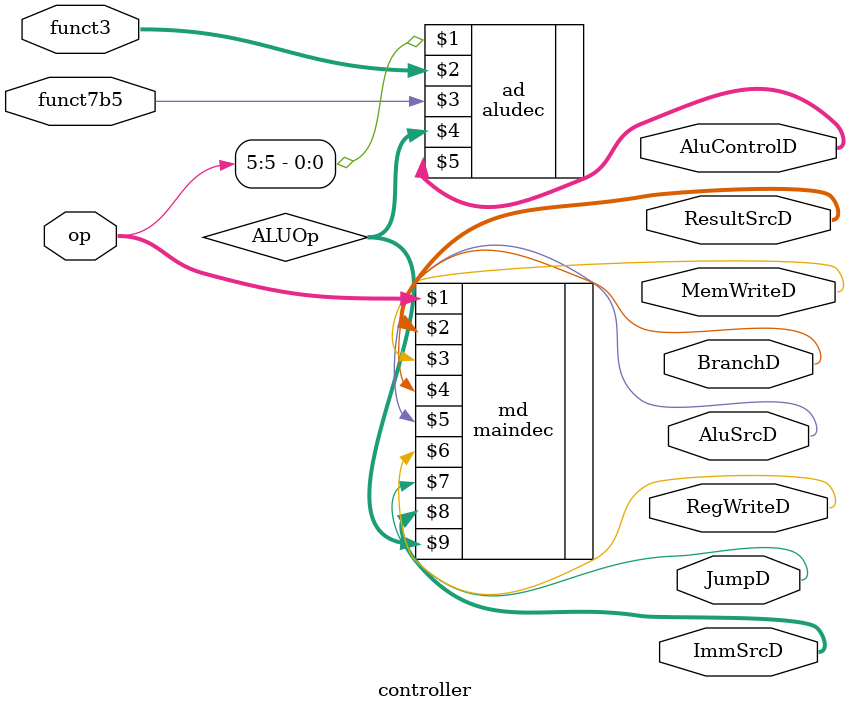
<source format=sv>
module controller(input  logic [6:0] op,
                  input  logic [2:0] funct3,
                  input  logic       funct7b5,
                  output logic [1:0] ResultSrcD,
                  output logic       MemWriteD,
                  output logic       AluSrcD,
                  output logic       RegWriteD, JumpD, BranchD,
                  output logic [1:0] ImmSrcD,
                  output logic [2:0] AluControlD);

  logic [1:0] ALUOp;

  maindec md(op, ResultSrcD, MemWriteD, BranchD,
             AluSrcD, RegWriteD, JumpD, ImmSrcD, ALUOp);
  aludec  ad(op[5], funct3, funct7b5, ALUOp, AluControlD);

//   initial begin
//   $display("Time\t op\t\t\t funct3\t\t funct7b5\t RegWriteE\t ImmSrcD\t AluSrcE\t MemWriteD\t ResultSrcE\t BranchE\t AluControlE\t JumpE\t ALUOp");
//   $monitor("%0d\t\t %b\t\t %b\t\t %b\t\t\t %b\t\t\t %b\t\t\t %b\t\t\t  %b\t\t\t  %b\t\t  %b\t\t  %b\t\t\t %b\t\t  %b", 
//            $time,op,funct3,funct7b5,RegWriteD,ImmSrcD, AluSrcD, MemWriteD,ResultSrcD, BranchD, AluControlD,  JumpD, ALUOp);
//   #260 $finish;
//   end

endmodule

</source>
